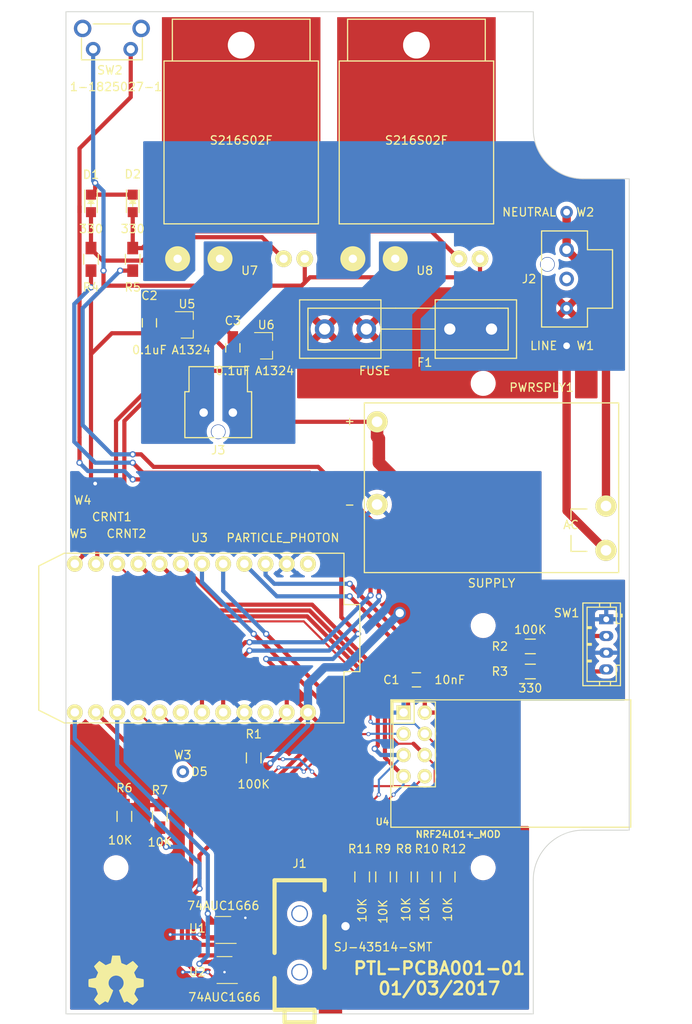
<source format=kicad_pcb>
(kicad_pcb (version 20221018) (generator pcbnew)
  (layers (0 "F.Cu" signal) (31 "B.Cu" signal) (34 "B.Paste" user) (35 "F.Paste" user) (36 "B.SilkS" user "B.Silkscreen") (37 "F.SilkS" user "F.Silkscreen") (38 "B.Mask" user) (39 "F.Mask" user) (44 "Edge.Cuts" user))
  (net 0 "")
  (net 1 "GND")
  (net 2 "+3V3")
  (net 3 "Net-(D1-Pad2)")
  (net 4 "Net-(D2-Pad2)")
  (net 5 "/LINE")
  (net 6 "/PIN5")
  (net 7 "/PIN6")
  (net 8 "/NEUTRAL")
  (net 9 "GNDPWR")
  (net 10 "/PWR1")
  (net 11 "/PWR2")
  (net 12 "/PIN23")
  (net 13 "/OMNI_SW")
  (net 14 "Net-(R3-Pad1)")
  (net 15 "/OMNI_LED")
  (net 16 "/PIN20")
  (net 17 "/PIN19")
  (net 18 "/PIN13")
  (net 19 "/AUX_I2C_EN")
  (net 20 "/PIN14")
  (net 21 "/PIN1")
  (net 22 "/MOSI")
  (net 23 "/MISO")
  (net 24 "/PIN9")
  (net 25 "/NRF_SS")
  (net 26 "/CRNT1")
  (net 27 "/CRNT2")
  (net 28 "/PIN22")
  (net 29 "/PIN18")
  (net 30 "/NRF_IRQ")
  (net 31 "/NRF_EN")
  (net 32 "/PRE-FUSE")
  (footprint "Capacitors_SMD:C_0805" (layer "F.Cu") (at 162 110)
    (fp_text reference "C1")
    (fp_text value "10nF")
  )
  (footprint "Capacitors_SMD:C_0805_HandSoldering" (layer "F.Cu") (at 130 67.25 -90)
    (fp_text reference "C2")
    (fp_text value "0.1uF")
  )
  (footprint "Capacitors_SMD:C_0805_HandSoldering" (layer "F.Cu") (at 140 70.25 -90)
    (fp_text reference "C3")
    (fp_text value "0.1uF")
  )
  (footprint "LEDs:LED_0805" (layer "F.Cu") (at 123 52.95098 -90)
    (fp_text reference "D1")
    (fp_text value "LED_GREEN" hide)
  )
  (footprint "LEDs:LED_0805" (layer "F.Cu") (at 128 52.95098 -90)
    (fp_text reference "D2")
    (fp_text value "LED_GREEN" hide)
  )
  (footprint "Fuse_Holders_and_Fuses:Fuseholder5x20_horiz_open_inline_Type-I" (layer "F.Cu") (at 160.99874 68 180)
    (fp_text reference "F1")
    (fp_text value "FUSE")
  )
  (footprint "PowerTroll Lib:SJ-43514-SMT" (layer "F.Cu") (at 148 141.5 90)
    (fp_text reference "J1")
    (fp_text value "SJ-43514-SMT")
  )
  (footprint "Connectors_Molex:Molex_UltraFit-1722861103_3x3.50mm_Straight" (layer "F.Cu") (at 180 62 -90)
    (fp_text reference "J2")
    (fp_text value "CONN_01X03" hide)
  )
  (footprint "Connectors_Molex:Molex_UltraFit-1722861102_2x3.50mm_Straight" (layer "F.Cu") (at 138.25 78)
    (fp_text reference "J3")
    (fp_text value "CONN_01X02" hide)
  )
  (footprint "Symbols:OSHW-Symbol_6.7x6mm_SilkScreen" (layer "F.Cu") (at 126 146)
    (fp_text reference "LOGO1" hide)
    (fp_text value "OPEN_HARDWARE_2" hide)
  )
  (footprint "PowerTroll Lib:PowerSupply" (layer "F.Cu") (at 171 87 180)
    (fp_text reference "PWRSPLY1")
    (fp_text value "SUPPLY")
  )
  (footprint "Resistors_SMD:R_0805_HandSoldering" (layer "F.Cu") (at 142.5 119.35 -90)
    (fp_text reference "R1")
    (fp_text value "100K")
  )
  (footprint "Resistors_SMD:R_0805_HandSoldering" (layer "F.Cu") (at 175.65 106)
    (fp_text reference "R2")
    (fp_text value "100K")
  )
  (footprint "Resistors_SMD:R_0805_HandSoldering" (layer "F.Cu") (at 175.65 109 180)
    (fp_text reference "R3")
    (fp_text value "330")
  )
  (footprint "Resistors_SMD:R_0805_HandSoldering" (layer "F.Cu") (at 123 59.65 90)
    (fp_text reference "R4")
    (fp_text value "330")
  )
  (footprint "Resistors_SMD:R_0805_HandSoldering" (layer "F.Cu") (at 128 59.65 90)
    (fp_text reference "R5")
    (fp_text value "330")
  )
  (footprint "Connectors_JST:JST_PH_B4B-PH-K_04x2.00mm_Straight" (layer "F.Cu") (at 184.75 102.75 -90)
    (fp_text reference "SW1")
    (fp_text value "SW_Push_LED" hide)
  )
  (footprint "Buttons_Switches_ThroughHole:SW_Tactile_SPST_Angled" (layer "F.Cu") (at 127.76 34.49 180)
    (fp_text reference "SW2")
    (fp_text value "1-1825027-1")
  )
  (footprint "TO_SOT_Packages_SMD:SOT-23-5" (layer "F.Cu") (at 138.85 139.95 180)
    (fp_text reference "U1")
    (fp_text value "74AUC1G66")
  )
  (footprint "TO_SOT_Packages_SMD:SOT-23-5" (layer "F.Cu") (at 139 144.75 180)
    (fp_text reference "U2")
    (fp_text value "74AUC1G66")
  )
  (footprint "Particle:photon" (layer "F.Cu") (at 133.76 105 -90)
    (fp_text reference "U3")
    (fp_text value "PARTICLE_PHOTON")
  )
  (footprint "PowerTroll Lib:NRF24L01" (layer "F.Cu") (at 158.936 112.396 90)
    (fp_text reference "U4")
    (fp_text value "NRF24L01+_MOD")
  )
  (footprint "TO_SOT_Packages_SMD:SOT-23" (layer "F.Cu") (at 134.5 67.5)
    (fp_text reference "U5")
    (fp_text value "A1324")
  )
  (footprint "TO_SOT_Packages_SMD:SOT-23" (layer "F.Cu") (at 144 70)
    (fp_text reference "U6")
    (fp_text value "A1324")
  )
  (footprint "PowerTroll Lib:S216S02" (layer "F.Cu") (at 141 59.65)
    (fp_text reference "U7")
    (fp_text value "S216S02F")
  )
  (footprint "PowerTroll Lib:S216S02" (layer "F.Cu") (at 162 59.65)
    (fp_text reference "U8")
    (fp_text value "S216S02F")
  )
  (footprint "Measurement_Points:Measurement_Point_Round-TH_Small" (layer "F.Cu") (at 180 70)
    (fp_text reference "W1")
    (fp_text value "LINE")
  )
  (footprint "Measurement_Points:Measurement_Point_Round-TH_Small" (layer "F.Cu") (at 180 54)
    (fp_text reference "W2")
    (fp_text value "NEUTRAL")
  )
  (footprint "Measurement_Points:Measurement_Point_Round-TH_Small" (layer "F.Cu") (at 134 121)
    (fp_text reference "W3")
    (fp_text value "D5")
  )
  (footprint "PowerTroll Lib:MountingHole_2.5x4mm" (layer "F.Cu") (at 126 132.5)
    (fp_text reference "REF**" hide)
    (fp_text value "MountingHole_2.5x4mm" hide)
  )
  (footprint "PowerTroll Lib:MountingHole_2.5x4mm" (layer "F.Cu") (at 170 132.5)
    (fp_text reference "REF**" hide)
    (fp_text value "MountingHole_2.5x4mm" hide)
  )
  (footprint "PowerTroll Lib:MountingHole_2.5x4mm" (layer "F.Cu") (at 170 74.5)
    (fp_text reference "REF**" hide)
    (fp_text value "MountingHole_2.5x4mm" hide)
  )
  (footprint "PowerTroll Lib:MountingHole_2.5x4mm" (layer "F.Cu") (at 126 74.5)
    (fp_text reference "REF**" hide)
    (fp_text value "MountingHole_2.5x4mm" hide)
  )
  (footprint "PowerTroll Lib:MountingHole_2.5x4mm" (layer "F.Cu") (at 170 103.5)
    (fp_text reference "REF**" hide)
    (fp_text value "MountingHole_2.5x4mm" hide)
  )
  (footprint "PowerTroll Lib:MountingHole_2.5x4mm" (layer "F.Cu") (at 126 45.5)
    (fp_text reference "REF**" hide)
    (fp_text value "MountingHole_2.5x4mm" hide)
  )
  (footprint "Measurement_Points:Measurement_Point_Round-SMD-Pad_Small" (layer "F.Cu") (at 122 90.5)
    (fp_text reference "W4")
    (fp_text value "CRNT1")
  )
  (footprint "Measurement_Points:Measurement_Point_Round-SMD-Pad_Small" (layer "F.Cu") (at 123.75 92.5)
    (fp_text reference "W5")
    (fp_text value "CRNT2")
  )
  (footprint "Resistors_SMD:R_0805_HandSoldering" (layer "F.Cu") (at 127 126.35 -90)
    (fp_text reference "R6")
    (fp_text value "10K")
  )
  (footprint "Resistors_SMD:R_0805_HandSoldering" (layer "F.Cu") (at 131.25 126.35 -90)
    (fp_text reference "R7")
    (fp_text value "10K")
  )
  (footprint "Resistors_SMD:R_0805_HandSoldering" (layer "F.Cu") (at 160.5 133.6 90)
    (fp_text reference "R8")
    (fp_text value "10K")
  )
  (footprint "Resistors_SMD:R_0805_HandSoldering" (layer "F.Cu") (at 158 133.6 90)
    (fp_text reference "R9")
    (fp_text value "10K")
  )
  (footprint "Resistors_SMD:R_0805_HandSoldering" (layer "F.Cu") (at 163 133.6 90)
    (fp_text reference "R10")
    (fp_text value "10K")
  )
  (footprint "Resistors_SMD:R_0805_HandSoldering" (layer "F.Cu") (at 155.5 133.6 90)
    (fp_text reference "R11")
    (fp_text value "10K")
  )
  (footprint "Resistors_SMD:R_0805_HandSoldering" (layer "F.Cu") (at 165.75 133.6 90)
    (fp_text reference "R12")
    (fp_text value "10K")
  )
  (gr_line (start 120 30) (end 120 150) (stroke (width 0.1)) (layer "Edge.Cuts"))
  (gr_line (start 182 50) (end 187.5 50) (stroke (width 0.1)) (layer "Edge.Cuts"))
  (gr_line (start 120 30) (end 176 30) (stroke (width 0.1)) (layer "Edge.Cuts"))
  (gr_line (start 187.5 50) (end 187.5 128) (stroke (width 0.1)) (layer "Edge.Cuts"))
  (gr_line (start 176 134) (end 176 150) (stroke (width 0.1)) (layer "Edge.Cuts"))
  (gr_arc (start 182 50) (mid 177.757359 48.242641) (end 176 44) (stroke (width 0.1)) (layer "Edge.Cuts"))
  (gr_line (start 176 30) (end 176 44) (stroke (width 0.1)) (layer "Edge.Cuts"))
  (gr_arc (start 176 134) (mid 177.757359 129.757359) (end 182 128) (stroke (width 0.1)) (layer "Edge.Cuts"))
  (gr_line (start 187.5 128) (end 182 128) (stroke (width 0.1)) (layer "Edge.Cuts"))
  (gr_line (start 120 150) (end 176 150) (stroke (width 0.1)) (layer "Edge.Cuts"))
  (gr_text "PTL-PCBA001-01\n01/03/2017" (at 164.75 145.75) (layer "F.SilkS") (effects (font (size 1.5 1.5) (thickness 0.3))))
  (segment (start 141 139) (end 141.5 138.5) (width 0.25) (layer "F.Cu") (net 1))
  (segment (start 139.7 143.8) (end 139 144.5) (width 0.25) (layer "F.Cu") (net 1))
  (segment (start 139 144.5) (end 139 145) (width 0.25) (layer "F.Cu") (net 1))
  (segment (start 151.7 137.7) (end 153.5 139.5) (width 1) (layer "F.Cu") (net 1))
  (segment (start 123 86) (end 123.5 86.5) (width 0.5) (layer "F.Cu") (net 1))
  (segment (start 169.097056 61.8) (end 149.25 61.8) (width 0.5) (layer "F.Cu") (net 1))
  (segment (start 124.09944 51.90196) (end 128 51.90196) (width 0.5) (layer "F.Cu") (net 1))
  (segment (start 123 64.5) (end 123 71) (width 0.5) (layer "F.Cu") (net 1))
  (segment (start 130 68.5) (end 125.5 68.5) (width 0.5) (layer "F.Cu") (net 1))
  (segment (start 141.375 70) (end 145 70) (width 0.5) (layer "F.Cu") (net 1))
  (segment (start 161 110) (end 161 113.38) (width 0.5) (layer "F.Cu") (net 1))
  (segment (start 125.5 68.5) (end 123 71) (width 0.5) (layer "F.Cu") (net 1))
  (segment (start 145.05 70) (end 145 70) (width 0.5) (layer "F.Cu") (net 1))
  (segment (start 136.125 67.5) (end 135.5 67.5) (width 0.5) (layer "F.Cu") (net 1))
  (segment (start 148.62 62.43) (end 148.25 62.8) (width 0.5) (layer "F.Cu") (net 1))
  (segment (start 124.5 61) (end 124.5 63) (width 0.5) (layer "F.Cu") (net 1))
  (segment (start 169.62 61.277056) (end 169.097056 61.8) (width 0.5) (layer "F.Cu") (net 1))
  (segment (start 124.5 63) (end 123 64.5) (width 0.5) (layer "F.Cu") (net 1))
  (segment (start 148.62 59.58) (end 148.62 62.43) (width 0.5) (layer "F.Cu") (net 1))
  (segment (start 140 71.5) (end 140 71.375) (width 0.5) (layer "F.Cu") (net 1))
  (segment (start 131 67.5) (end 130 68.5) (width 0.5) (layer "F.Cu") (net 1))
  (segment (start 140 71.375) (end 141.375 70) (width 0.5) (layer "F.Cu") (net 1))
  (segment (start 123.5 50.5) (end 123.5 51.40196) (width 0.5) (layer "F.Cu") (net 1))
  (segment (start 148.25 62.8) (end 124.7 62.8) (width 0.5) (layer "F.Cu") (net 1))
  (segment (start 140.1 143.8) (end 139.7 143.8) (width 0.25) (layer "F.Cu") (net 1))
  (segment (start 149.25 61.8) (end 148.25 62.8) (width 0.5) (layer "F.Cu") (net 1))
  (segment (start 151.7 136.7) (end 151.7 137.7) (width 0.5) (layer "F.Cu") (net 1))
  (segment (start 124.7 62.8) (end 124.5 63) (width 0.5) (layer "F.Cu") (net 1))
  (segment (start 123 71) (end 123 86) (width 0.5) (layer "F.Cu") (net 1))
  (segment (start 123 51.90196) (end 124.09944 51.90196) (width 0.5) (layer "F.Cu") (net 1))
  (segment (start 140 71.375) (end 136.125 67.5) (width 0.5) (layer "F.Cu") (net 1))
  (segment (start 161 113.38) (end 160.46 113.92) (width 0.5) (layer "F.Cu") (net 1))
  (segment (start 135.5 67.5) (end 131 67.5) (width 0.5) (layer "F.Cu") (net 1))
  (segment (start 123.5 51.40196) (end 123 51.90196) (width 0.5) (layer "F.Cu") (net 1))
  (segment (start 169.62 59.58) (end 169.62 61.277056) (width 0.5) (layer "F.Cu") (net 1))
  (segment (start 139.95 139) (end 141 139) (width 0.25) (layer "F.Cu") (net 1))
  (via (at 123.5 86.5) (size 0.75) (drill 0.45) (layers "F.Cu" "B.Cu") (net 1))
  (via (at 141.5 138.5) (size 0.5) (drill 0.3) (layers "F.Cu" "B.Cu") (net 1))
  (via (at 124.5 61) (size 0.75) (drill 0.45) (layers "F.Cu" "B.Cu") (net 1))
  (via (at 153.5 139.5) (size 1.5) (drill 1) (layers "F.Cu" "B.Cu") (net 1))
  (via (at 139 145) (size 0.5) (drill 0.3) (layers "F.Cu" "B.Cu") (net 1))
  (via (at 123.5 50.5) (size 0.75) (drill 0.45) (layers "F.Cu" "B.Cu") (net 1))
  (segment (start 123.26 34.49) (end 123.26 50.26) (width 0.5) (layer "B.Cu") (net 1))
  (segment (start 123.26 50.26) (end 123.5 50.5) (width 0.5) (layer "B.Cu") (net 1))
  (segment (start 123.5 50.5) (end 124.5 51.5) (width 0.5) (layer "B.Cu") (net 1))
  (segment (start 124.5 51.5) (end 124.5 61) (width 0.5) (layer "B.Cu") (net 1))
  (segment (start 143.95 69.05) (end 143 69.05) (width 0.5) (layer "F.Cu") (net 2))
  (segment (start 157.284 80.896651) (end 157.5 81.112651) (width 1.5) (layer "F.Cu") (net 2))
  (segment (start 163 110) (end 163 113.92) (width 0.5) (layer "F.Cu") (net 2))
  (segment (start 133.5 66.55) (end 130.55 66.55) (width 0.5) (layer "F.Cu") (net 2))
  (segment (start 137.675 66.55) (end 140 68.875) (width 0.5) (layer "F.Cu") (net 2))
  (segment (start 137.9 145.7) (end 137.7 145.7) (width 0.25) (layer "F.Cu") (net 2))
  (segment (start 157.5 83.5) (end 157.5 84) (width 1.5) (layer "F.Cu") (net 2))
  (segment (start 142.5 120.7) (end 143.8 120.7) (width 0.5) (layer "F.Cu") (net 2))
  (segment (start 147.1006 79.1006) (end 145.900001 77.900001) (width 0.5) (layer "F.Cu") (net 2))
  (segment (start 137.75 140.9) (end 136.4 140.9) (width 0.25) (layer "F.Cu") (net 2))
  (segment (start 137.7 145.7) (end 137 145) (width 0.25) (layer "F.Cu") (net 2))
  (segment (start 130.55 66.55) (end 130 66) (width 0.5) (layer "F.Cu") (net 2))
  (segment (start 145.900001 77.900001) (end 145.900001 69.239999) (width 0.5) (layer "F.Cu") (net 2))
  (segment (start 157.5 84) (end 160.5 87) (width 1.5) (layer "F.Cu") (net 2))
  (segment (start 157.284 79.1006) (end 157.284 80.896651) (width 1.5) (layer "F.Cu") (net 2))
  (segment (start 140 68.875) (end 140 69) (width 0.5) (layer "F.Cu") (net 2))
  (segment (start 145.900001 69.239999) (end 145.710002 69.05) (width 0.5) (layer "F.Cu") (net 2))
  (segment (start 157.284 79.1006) (end 147.1006 79.1006) (width 0.5) (layer "F.Cu") (net 2))
  (segment (start 160.5 87) (end 161.5 88) (width 1.5) (layer "F.Cu") (net 2))
  (segment (start 133.5 66.55) (end 137.675 66.55) (width 0.5) (layer "F.Cu") (net 2))
  (segment (start 143.8 120.7) (end 144.5 120) (width 0.5) (layer "F.Cu") (net 2))
  (segment (start 157.5 81.112651) (end 157.5 83.5) (width 1.5) (layer "F.Cu") (net 2))
  (segment (start 140 69) (end 142.95 69) (width 0.5) (layer "F.Cu") (net 2))
  (segment (start 145.710002 69.05) (end 143.95 69.05) (width 0.5) (layer "F.Cu") (net 2))
  (segment (start 136.4 140.9) (end 136 140.5) (width 0.25) (layer "F.Cu") (net 2))
  (segment (start 142.95 69) (end 143 69.05) (width 0.5) (layer "F.Cu") (net 2))
  (via (at 132.5 140.5) (size 0.5) (drill 0.3) (layers "F.Cu" "B.Cu") (net 2))
  (via (at 144.5 120) (size 0.75) (drill 0.45) (layers "F.Cu" "B.Cu") (net 2))
  (via (at 137 145) (size 0.5) (drill 0.3) (layers "F.Cu" "B.Cu") (net 2))
  (via (at 136 140.5) (size 0.5) (drill 0.3) (layers "F.Cu" "B.Cu") (net 2))
  (via (at 160 102) (size 1.5) (drill 1) (layers "F.Cu" "B.Cu") (net 2))
  (via (at 134 145) (size 0.5) (drill 0.3) (layers "F.Cu" "B.Cu") (net 2))
  (segment (start 133 140.5) (end 132.5 140.5) (width 0.25) (layer "B.Cu") (net 2))
  (segment (start 149.11 114) (end 149 113.89) (width 1) (layer "B.Cu") (net 2))
  (segment (start 149 115.5) (end 149 113.89) (width 0.5) (layer "B.Cu") (net 2))
  (segment (start 136 140.5) (end 133 140.5) (width 0.25) (layer "B.Cu") (net 2))
  (segment (start 149 113.89) (end 149 110.5) (width 1) (layer "B.Cu") (net 2))
  (segment (start 137 145) (end 134 145) (width 0.25) (layer "B.Cu") (net 2))
  (segment (start 149 110.5) (end 151 108.5) (width 1) (layer "B.Cu") (net 2))
  (segment (start 153.5 108.5) (end 160 102) (width 1) (layer "B.Cu") (net 2))
  (segment (start 144.5 120) (end 149 115.5) (width 0.5) (layer "B.Cu") (net 2))
  (segment (start 151 108.5) (end 153.5 108.5) (width 1) (layer "B.Cu") (net 2))
  (segment (start 124.399999 59.799999) (end 123 58.4) (width 0.5) (layer "F.Cu") (net 3))
  (segment (start 123 58.4) (end 123 58.3) (width 0.5) (layer "F.Cu") (net 3))
  (segment (start 143.5 57) (end 132 57) (width 0.5) (layer "F.Cu") (net 3))
  (segment (start 123 58.3) (end 123 54) (width 0.5) (layer "F.Cu") (net 3))
  (segment (start 146.08 59.58) (end 143.5 57) (width 0.5) (layer "F.Cu") (net 3))
  (segment (start 129.200001 59.799999) (end 124.399999 59.799999) (width 0.5) (layer "F.Cu") (net 3))
  (segment (start 132 57) (end 129.200001 59.799999) (width 0.5) (layer "F.Cu") (net 3))
  (segment (start 163.79999 56.29999) (end 165.880001 58.380001) (width 0.5) (layer "F.Cu") (net 4))
  (segment (start 129.15 58.3) (end 131.15001 56.29999) (width 0.5) (layer "F.Cu") (net 4))
  (segment (start 165.880001 58.380001) (end 167.08 59.58) (width 0.5) (layer "F.Cu") (net 4))
  (segment (start 131.15001 56.29999) (end 163.79999 56.29999) (width 0.5) (layer "F.Cu") (net 4))
  (segment (start 128 58.3) (end 128 54) (width 0.5) (layer "F.Cu") (net 4))
  (segment (start 128 58.3) (end 129.15 58.3) (width 0.5) (layer "F.Cu") (net 4))
  (segment (start 170.99872 68) (end 178 68) (width 1) (layer "F.Cu") (net 5))
  (segment (start 180 70) (end 180 89.777) (width 1) (layer "F.Cu") (net 5))
  (segment (start 178 68) (end 180 70) (width 1) (layer "F.Cu") (net 5))
  (segment (start 180 89.777) (end 184.716 94.493) (width 1) (layer "F.Cu") (net 5))
  (segment (start 151.7 144.5) (end 151.7 146.1) (width 0.5) (layer "F.Cu") (net 6))
  (segment (start 151.75 116.5) (end 151.75 112.24999) (width 0.5) (layer "F.Cu") (net 6))
  (segment (start 144.375009 104.874999) (end 144.00001 104.5) (width 0.5) (layer "F.Cu") (net 6))
  (segment (start 139.95 139.95) (end 143.25 139.95) (width 0.5) (layer "F.Cu") (net 6))
  (segment (start 151.75 112.24999) (end 144.375009 104.874999) (width 0.5) (layer "F.Cu") (net 6))
  (segment (start 147.15 139.95) (end 151.7 144.5) (width 0.5) (layer "F.Cu") (net 6))
  (segment (start 143.25 139.95) (end 147.15 139.95) (width 0.5) (layer "F.Cu") (net 6))
  (segment (start 143.25 139.95) (end 143.25 125) (width 0.5) (layer "F.Cu") (net 6))
  (segment (start 143.25 125) (end 151.75 116.5) (width 0.5) (layer "F.Cu") (net 6))
  (via (at 144.00001 104.5) (size 0.75) (drill 0.45) (layers "F.Cu" "B.Cu") (net 6))
  (segment (start 138.84 96.11) (end 138.84 99.33999) (width 0.5) (layer "B.Cu") (net 6))
  (segment (start 138.84 99.33999) (end 144.00001 104.5) (width 0.5) (layer "B.Cu") (net 6))
  (segment (start 139 96.27) (end 138.84 96.11) (width 0.5) (layer "B.Cu") (net 6))
  (segment (start 142 144.75) (end 140.1 144.75) (width 0.5) (layer "F.Cu") (net 7))
  (segment (start 151 116) (end 151 112.999974) (width 0.5) (layer "F.Cu") (net 7))
  (segment (start 136 133.778996) (end 136 131) (width 0.5) (layer "F.Cu") (net 7))
  (segment (start 144.3 144.2) (end 143.75 144.75) (width 0.5) (layer "F.Cu") (net 7))
  (segment (start 134.599987 141.625956) (end 134.599987 135.179009) (width 0.5) (layer "F.Cu") (net 7))
  (segment (start 151 112.999974) (end 142.500076 104.50005) (width 0.5) (layer "F.Cu") (net 7))
  (segment (start 142 143) (end 135.974031 143) (width 0.5) (layer "F.Cu") (net 7))
  (segment (start 136 131) (end 151 116) (width 0.5) (layer "F.Cu") (net 7))
  (segment (start 143.75 144.75) (end 142 144.75) (width 0.5) (layer "F.Cu") (net 7))
  (segment (start 142 144.75) (end 142 143) (width 0.5) (layer "F.Cu") (net 7))
  (segment (start 135.974031 143) (end 134.599987 141.625956) (width 0.5) (layer "F.Cu") (net 7))
  (segment (start 134.599987 135.179009) (end 136 133.778996) (width 0.5) (layer "F.Cu") (net 7))
  (segment (start 142.500076 104.50005) (end 142.500076 104.5) (width 0.5) (layer "F.Cu") (net 7))
  (via (at 142.500076 104.5) (size 0.75) (drill 0.45) (layers "F.Cu" "B.Cu") (net 7))
  (segment (start 136.3 96.11) (end 136.3 98.299924) (width 0.5) (layer "B.Cu") (net 7))
  (segment (start 142.125077 104.125001) (end 142.500076 104.5) (width 0.5) (layer "B.Cu") (net 7))
  (segment (start 136.3 98.299924) (end 142.125077 104.125001) (width 0.5) (layer "B.Cu") (net 7))
  (segment (start 180 58.5) (end 184.716 63.216) (width 1) (layer "F.Cu") (net 8))
  (segment (start 184.716 63.216) (end 184.716 89.1844) (width 1) (layer "F.Cu") (net 8))
  (segment (start 180 58.5) (end 180 54) (width 1) (layer "F.Cu") (net 8))
  (segment (start 127.76 35.727436) (end 127.76 34.49) (width 0.5) (layer "F.Cu") (net 12))
  (segment (start 128 86) (end 149 86) (width 0.5) (layer "F.Cu") (net 12))
  (segment (start 121.625001 46.364963) (end 127.76 40.229964) (width 0.5) (layer "F.Cu") (net 12))
  (segment (start 121.625001 80.958259) (end 121.625001 84) (width 0.5) (layer "F.Cu") (net 12))
  (segment (start 121.625001 54) (end 121.625001 80.958259) (width 0.5) (layer "F.Cu") (net 12))
  (segment (start 121.625001 54) (end 121.625001 46.364963) (width 0.5) (layer "F.Cu") (net 12))
  (segment (start 121.625001 53.374999) (end 121.625001 53.274999) (width 0.5) (layer "F.Cu") (net 12))
  (segment (start 153 102.5) (end 155 104.5) (width 0.5) (layer "F.Cu") (net 12))
  (segment (start 144 107.5) (end 146.46 109.96) (width 0.5) (layer "F.Cu") (net 12))
  (segment (start 142.5 117.9) (end 146.46 113.94) (width 0.25) (layer "F.Cu") (net 12))
  (segment (start 127.76 40.229964) (end 127.76 35.727436) (width 0.5) (layer "F.Cu") (net 12))
  (segment (start 149 86) (end 153 90) (width 0.5) (layer "F.Cu") (net 12))
  (segment (start 142.5 118) (end 142.5 117.9) (width 0.25) (layer "F.Cu") (net 12))
  (segment (start 153 90) (end 153 102.5) (width 0.5) (layer "F.Cu") (net 12))
  (segment (start 146.46 113.94) (end 146.46 113.89) (width 0.25) (layer "F.Cu") (net 12))
  (segment (start 146.46 109.96) (end 146.46 113.89) (width 0.5) (layer "F.Cu") (net 12))
  (segment (start 121.625001 54) (end 121.625001 53.374999) (width 0.5) (layer "F.Cu") (net 12))
  (via (at 128 86) (size 0.75) (drill 0.45) (layers "F.Cu" "B.Cu") (net 12))
  (via (at 121.625001 84) (size 0.75) (drill 0.45) (layers "F.Cu" "B.Cu") (net 12))
  (via (at 155 104.5) (size 0.75) (drill 0.45) (layers "F.Cu" "B.Cu") (net 12))
  (via (at 144 107.5) (size 0.75) (drill 0.45) (layers "F.Cu" "B.Cu") (net 12))
  (segment (start 127 85) (end 122.625001 85) (width 0.5) (layer "B.Cu") (net 12))
  (segment (start 128 86) (end 127 85) (width 0.5) (layer "B.Cu") (net 12))
  (segment (start 152 107.5) (end 144 107.5) (width 0.5) (layer "B.Cu") (net 12))
  (segment (start 122.625001 85) (end 121.625001 84) (width 0.5) (layer "B.Cu") (net 12))
  (segment (start 155 104.5) (end 152 107.5) (width 0.5) (layer "B.Cu") (net 12))
  (segment (start 154.374999 98.874999) (end 154 98.5) (width 0.5) (layer "F.Cu") (net 13))
  (segment (start 177 106) (end 180 106) (width 0.5) (layer "F.Cu") (net 13))
  (segment (start 180 106) (end 181.25 104.75) (width 0.5) (layer "F.Cu") (net 13))
  (segment (start 181.25 104.75) (end 184.75 104.75) (width 0.5) (layer "F.Cu") (net 13))
  (segment (start 175.4 107.5) (end 163 107.5) (width 0.5) (layer "F.Cu") (net 13))
  (segment (start 176.9 106) (end 175.4 107.5) (width 0.5) (layer "F.Cu") (net 13))
  (segment (start 163 107.5) (end 156.204011 100.704011) (width 0.5) (layer "F.Cu") (net 13))
  (segment (start 156.103999 100.704011) (end 154.374999 98.975011) (width 0.5) (layer "F.Cu") (net 13))
  (segment (start 156.204011 100.704011) (end 156.103999 100.704011) (width 0.5) (layer "F.Cu") (net 13))
  (segment (start 154.374999 98.975011) (end 154.374999 98.874999) (width 0.5) (layer "F.Cu") (net 13))
  (segment (start 177 106) (end 176.9 106) (width 0.5) (layer "F.Cu") (net 13))
  (via (at 154 98.5) (size 0.75) (drill 0.45) (layers "F.Cu" "B.Cu") (net 13))
  (segment (start 144.966498 98.5) (end 145.5 98.5) (width 0.5) (layer "B.Cu") (net 13))
  (segment (start 143.92 97.453502) (end 144.966498 98.5) (width 0.5) (layer "B.Cu") (net 13))
  (segment (start 143.92 96.11) (end 143.92 97.453502) (width 0.5) (layer "B.Cu") (net 13))
  (segment (start 154 98.5) (end 145.5 98.5) (width 0.5) (layer "B.Cu") (net 13))
  (segment (start 177 109) (end 184.5 109) (width 0.5) (layer "F.Cu") (net 14))
  (segment (start 184.5 109) (end 184.75 108.75) (width 0.5) (layer "F.Cu") (net 14))
  (segment (start 173 109) (end 172.924999 108.924999) (width 0.5) (layer "F.Cu") (net 15))
  (segment (start 154 100) (end 162 108) (width 0.5) (layer "F.Cu") (net 15))
  (segment (start 162.924999 108.924999) (end 162 108) (width 0.5) (layer "F.Cu") (net 15))
  (segment (start 172.924999 108.924999) (end 162.924999 108.924999) (width 0.5) (layer "F.Cu") (net 15))
  (segment (start 173.05 109) (end 174.3 109) (width 0.5) (layer "F.Cu") (net 15))
  (segment (start 174.3 109) (end 173 109) (width 0.5) (layer "F.Cu") (net 15))
  (via (at 154 100) (size 0.75) (drill 0.45) (layers "F.Cu" "B.Cu") (net 15))
  (segment (start 153 100) (end 145.27 100) (width 0.5) (layer "B.Cu") (net 15))
  (segment (start 145.27 100) (end 141.38 96.11) (width 0.5) (layer "B.Cu") (net 15))
  (segment (start 153 100) (end 154 100) (width 0.5) (layer "B.Cu") (net 15))
  (segment (start 150.231798 84.5) (end 130.5 84.5) (width 0.5) (layer "F.Cu") (net 16))
  (segment (start 138.84 109.66) (end 142 106.5) (width 0.5) (layer "F.Cu") (net 16))
  (segment (start 138.84 110.16) (end 138.84 109.66) (width 0.5) (layer "F.Cu") (net 16))
  (segment (start 157.5 91.768202) (end 150.231798 84.5) (width 0.5) (layer "F.Cu") (net 16))
  (segment (start 157.5 100) (end 157.5 99.5) (width 0.5) (layer "F.Cu") (net 16))
  (segment (start 138.84 113.89) (end 138.84 110.16) (width 0.5) (layer "F.Cu") (net 16))
  (segment (start 130.5 84.5) (end 129 83) (width 0.5) (layer "F.Cu") (net 16))
  (segment (start 126.5 61) (end 128 61) (width 0.5) (layer "F.Cu") (net 16))
  (segment (start 129 83) (end 128 83) (width 0.5) (layer "F.Cu") (net 16))
  (segment (start 157.5 99.5) (end 157.5 91.768202) (width 0.5) (layer "F.Cu") (net 16))
  (via (at 126.5 61) (size 0.75) (drill 0.45) (layers "F.Cu" "B.Cu") (net 16))
  (via (at 142 106.5) (size 0.75) (drill 0.45) (layers "F.Cu" "B.Cu") (net 16))
  (via (at 128 83) (size 0.75) (drill 0.45) (layers "F.Cu" "B.Cu") (net 16))
  (via (at 157.5 100) (size 0.75) (drill 0.45) (layers "F.Cu" "B.Cu") (net 16))
  (segment (start 128 83) (end 125.5 83) (width 0.5) (layer "B.Cu") (net 16))
  (segment (start 157.5 100.53033) (end 157.5 100) (width 0.5) (layer "B.Cu") (net 16))
  (segment (start 122 79.5) (end 122 65.5) (width 0.5) (layer "B.Cu") (net 16))
  (segment (start 151.53033 106.5) (end 157.5 100.53033) (width 0.5) (layer "B.Cu") (net 16))
  (segment (start 125.5 83) (end 122 79.5) (width 0.5) (layer "B.Cu") (net 16))
  (segment (start 142 106.5) (end 151.53033 106.5) (width 0.5) (layer "B.Cu") (net 16))
  (segment (start 122 65.5) (end 126.5 61) (width 0.5) (layer "B.Cu") (net 16))
  (segment (start 123 63) (end 123 61) (width 0.5) (layer "F.Cu") (net 17))
  (segment (start 136.3 110.7) (end 141.5 105.5) (width 0.5) (layer "F.Cu") (net 17))
  (segment (start 156.5 99.87901) (end 156.5 92.5) (width 0.5) (layer "F.Cu") (net 17))
  (segment (start 129.20001 85.20001) (end 128 84) (width 0.5) (layer "F.Cu") (net 17))
  (segment (start 136.3 113.89) (end 136.3 110.7) (width 0.5) (layer "F.Cu") (net 17))
  (segment (start 156.5 92.5) (end 149.20001 85.20001) (width 0.5) (layer "F.Cu") (net 17))
  (segment (start 141.5 105.5) (end 142 105.5) (width 0.5) (layer "F.Cu") (net 17))
  (segment (start 149.20001 85.20001) (end 129.20001 85.20001) (width 0.5) (layer "F.Cu") (net 17))
  (via (at 123 63) (size 0.75) (drill 0.45) (layers "F.Cu" "B.Cu") (net 17))
  (via (at 156.5 99.87901) (size 0.75) (drill 0.45) (layers "F.Cu" "B.Cu") (net 17))
  (via (at 128 84) (size 0.75) (drill 0.45) (layers "F.Cu" "B.Cu") (net 17))
  (via (at 142 105.5) (size 0.75) (drill 0.45) (layers "F.Cu" "B.Cu") (net 17))
  (segment (start 121 65) (end 123 63) (width 0.5) (layer "B.Cu") (net 17))
  (segment (start 156.125001 100.254009) (end 156.5 99.87901) (width 0.5) (layer "B.Cu") (net 17))
  (segment (start 150.87901 105.5) (end 156.125001 100.254009) (width 0.5) (layer "B.Cu") (net 17))
  (segment (start 142 105.5) (end 150.87901 105.5) (width 0.5) (layer "B.Cu") (net 17))
  (segment (start 121 81.5) (end 121 65) (width 0.5) (layer "B.Cu") (net 17))
  (segment (start 123.5 84) (end 121 81.5) (width 0.5) (layer "B.Cu") (net 17))
  (segment (start 128 84) (end 123.5 84) (width 0.5) (layer "B.Cu") (net 17))
  (segment (start 135.299998 135.700002) (end 135.625001 135.374999) (width 0.5) (layer "F.Cu") (net 18))
  (segment (start 135.625001 135.374999) (end 136 135) (width 0.5) (layer "F.Cu") (net 18))
  (segment (start 135.299998 140.836002) (end 135.299998 135.700002) (width 0.5) (layer "F.Cu") (net 18))
  (segment (start 131.25 127.7) (end 131.25 129.25) (width 0.5) (layer "F.Cu") (net 18))
  (segment (start 136.188996 141.725) (end 135.299998 140.836002) (width 0.5) (layer "F.Cu") (net 18))
  (segment (start 139.745 140.9) (end 138.92 141.725) (width 0.5) (layer "F.Cu") (net 18))
  (segment (start 139.95 140.9) (end 139.745 140.9) (width 0.5) (layer "F.Cu") (net 18))
  (segment (start 131.25 129.25) (end 132 130) (width 0.5) (layer "F.Cu") (net 18))
  (segment (start 138.92 141.725) (end 136.188996 141.725) (width 0.5) (layer "F.Cu") (net 18))
  (via (at 132 130) (size 0.75) (drill 0.45) (layers "F.Cu" "B.Cu") (net 18))
  (via (at 136 135) (size 0.75) (drill 0.45) (layers "F.Cu" "B.Cu") (net 18))
  (segment (start 121.06 117.06) (end 121.06 113.89) (width 0.5) (layer "B.Cu") (net 18))
  (segment (start 134 130) (end 121.06 117.06) (width 0.5) (layer "B.Cu") (net 18))
  (segment (start 136 132) (end 134 130) (width 0.5) (layer "B.Cu") (net 18))
  (segment (start 136 135) (end 136 132) (width 0.5) (layer "B.Cu") (net 18))
  (segment (start 132 130) (end 134 130) (width 0.5) (layer "B.Cu") (net 18))
  (segment (start 137 138.25) (end 137.75 139) (width 0.5) (layer "F.Cu") (net 19))
  (segment (start 137 138) (end 137 138.25) (width 0.5) (layer "F.Cu") (net 19))
  (segment (start 136.2 143.8) (end 136 144) (width 0.5) (layer "F.Cu") (net 19))
  (segment (start 137.9 143.8) (end 136.2 143.8) (width 0.5) (layer "F.Cu") (net 19))
  (via (at 137 138) (size 0.75) (drill 0.45) (layers "F.Cu" "B.Cu") (net 19))
  (via (at 136 144) (size 0.75) (drill 0.45) (layers "F.Cu" "B.Cu") (net 19))
  (segment (start 126.14 120.14) (end 137 131) (width 0.5) (layer "B.Cu") (net 19))
  (segment (start 126.14 113.89) (end 126.14 120.14) (width 0.5) (layer "B.Cu") (net 19))
  (segment (start 137 138.53033) (end 137 138) (width 0.5) (layer "B.Cu") (net 19))
  (segment (start 136 144) (end 137 143) (width 0.5) (layer "B.Cu") (net 19))
  (segment (start 137 131) (end 137 138) (width 0.5) (layer "B.Cu") (net 19))
  (segment (start 137 143) (end 137 138.53033) (width 0.5) (layer "B.Cu") (net 19))
  (segment (start 133.899976 143.364978) (end 133.899976 134.889055) (width 0.5) (layer "F.Cu") (net 20))
  (segment (start 139.07 146.525) (end 137.059998 146.525) (width 0.5) (layer "F.Cu") (net 20))
  (segment (start 124.549999 114.839999) (end 123.6 113.89) (width 0.5) (layer "F.Cu") (net 20))
  (segment (start 127 127.8) (end 127 127.7) (width 0.5) (layer "F.Cu") (net 20))
  (segment (start 137.059998 146.525) (end 133.899976 143.364978) (width 0.5) (layer "F.Cu") (net 20))
  (segment (start 135 133.789031) (end 135 125.29) (width 0.5) (layer "F.Cu") (net 20))
  (segment (start 134.474987 134.314044) (end 135 133.789031) (width 0.5) (layer "F.Cu") (net 20))
  (segment (start 139.895 145.7) (end 139.07 146.525) (width 0.5) (layer "F.Cu") (net 20))
  (segment (start 135 125.29) (end 124.549999 114.839999) (width 0.5) (layer "F.Cu") (net 20))
  (segment (start 134.474987 134.314044) (end 133.514044 134.314044) (width 0.5) (layer "F.Cu") (net 20))
  (segment (start 133.899976 134.889055) (end 134.474987 134.314044) (width 0.5) (layer "F.Cu") (net 20))
  (segment (start 133.514044 134.314044) (end 127 127.8) (width 0.5) (layer "F.Cu") (net 20))
  (segment (start 140.1 145.7) (end 139.895 145.7) (width 0.5) (layer "F.Cu") (net 20))
  (segment (start 138.65 101) (end 149.5 101) (width 0.5) (layer "F.Cu") (net 22))
  (segment (start 133.76 96.11) (end 138.65 101) (width 0.5) (layer "F.Cu") (net 22))
  (segment (start 159.648601 117.648601) (end 158.924999 116.924999) (width 0.5) (layer "F.Cu") (net 22))
  (segment (start 163 119) (end 161.648601 117.648601) (width 0.5) (layer "F.Cu") (net 22))
  (segment (start 163.863599 119.863599) (end 163 119) (width 0.25) (layer "F.Cu") (net 22))
  (segment (start 158.924999 110.424999) (end 149.5 101) (width 0.5) (layer "F.Cu") (net 22))
  (segment (start 161.648601 117.648601) (end 159.648601 117.648601) (width 0.25) (layer "F.Cu") (net 22))
  (segment (start 164.188601 120.188601) (end 163.863599 119.863599) (width 0.25) (layer "F.Cu") (net 22))
  (segment (start 164.188601 130.961399) (end 164.188601 120.188601) (width 0.25) (layer "F.Cu") (net 22))
  (segment (start 163 132.15) (end 164.188601 130.961399) (width 0.25) (layer "F.Cu") (net 22))
  (segment (start 163 132.25) (end 163 132.15) (width 0.25) (layer "F.Cu") (net 22))
  (segment (start 158.924999 116.924999) (end 158.924999 110.424999) (width 0.5) (layer "F.Cu") (net 22))
  (segment (start 149.20001 101.70001) (end 136.81001 101.70001) (width 0.5) (layer "F.Cu") (net 23))
  (segment (start 158 125) (end 159.25 123.75) (width 0.25) (layer "F.Cu") (net 23))
  (segment (start 158 132.25) (end 158 125) (width 0.25) (layer "F.Cu") (net 23))
  (segment (start 136.81001 101.70001) (end 131.22 96.11) (width 0.5) (layer "F.Cu") (net 23))
  (segment (start 158.224989 119.304989) (end 158.224989 110.724989) (width 0.5) (layer "F.Cu") (net 23))
  (segment (start 160.46 121.54) (end 158.224989 119.304989) (width 0.5) (layer "F.Cu") (net 23))
  (segment (start 158.224989 110.724989) (end 149.20001 101.70001) (width 0.5) (layer "F.Cu") (net 23))
  (via (at 159.25 123.75) (size 0.5) (drill 0.3) (layers "F.Cu" "B.Cu") (net 23))
  (segment (start 160.46 122.54) (end 160.46 121.54) (width 0.25) (layer "B.Cu") (net 23))
  (segment (start 159.25 123.75) (end 160.46 122.54) (width 0.25) (layer "B.Cu") (net 23))
  (segment (start 155.5 125.75) (end 157.5 123.75) (width 0.25) (layer "F.Cu") (net 24))
  (segment (start 155.5 132.25) (end 155.5 125.75) (width 0.25) (layer "F.Cu") (net 24))
  (segment (start 157.374999 110.874999) (end 157.374999 117.875001) (width 0.5) (layer "F.Cu") (net 24))
  (segment (start 128.68 96.11) (end 134.97002 102.40002) (width 0.5) (layer "F.Cu") (net 24))
  (segment (start 148.90002 102.40002) (end 157.374999 110.874999) (width 0.5) (layer "F.Cu") (net 24))
  (segment (start 134.97002 102.40002) (end 148.90002 102.40002) (width 0.5) (layer "F.Cu") (net 24))
  (segment (start 157.374999 117.875001) (end 157 118.25) (width 0.5) (layer "F.Cu") (net 24))
  (via (at 157 118.25) (size 0.75) (drill 0.45) (layers "F.Cu" "B.Cu") (net 24))
  (via (at 157.5 123.75) (size 0.5) (drill 0.3) (layers "F.Cu" "B.Cu") (net 24))
  (segment (start 157.5 121.96) (end 160.46 119) (width 0.25) (layer "B.Cu") (net 24))
  (segment (start 157.75 119) (end 157.374999 118.624999) (width 0.5) (layer "B.Cu") (net 24))
  (segment (start 157.5 123.75) (end 157.5 121.96) (width 0.25) (layer "B.Cu") (net 24))
  (segment (start 157.374999 118.624999) (end 157 118.25) (width 0.5) (layer "B.Cu") (net 24))
  (segment (start 160.46 119) (end 157.75 119) (width 0.5) (layer "B.Cu") (net 24))
  (segment (start 165.75 132.25) (end 165.75 119.21) (width 0.25) (layer "F.Cu") (net 25))
  (segment (start 148.5 103) (end 133.03 103) (width 0.25) (layer "F.Cu") (net 25))
  (segment (start 156.5 115) (end 156.5 111) (width 0.25) (layer "F.Cu") (net 25))
  (segment (start 133.03 103) (end 126.14 96.11) (width 0.25) (layer "F.Cu") (net 25))
  (segment (start 165.75 119.21) (end 163 116.46) (width 0.25) (layer "F.Cu") (net 25))
  (segment (start 156.5 111) (end 148.5 103) (width 0.25) (layer "F.Cu") (net 25))
  (via (at 156.5 115) (size 0.5) (drill 0.3) (layers "F.Cu" "B.Cu") (net 25))
  (segment (start 161.811399 115.271399) (end 156.771399 115.271399) (width 0.25) (layer "B.Cu") (net 25))
  (segment (start 156.771399 115.271399) (end 156.5 115) (width 0.25) (layer "B.Cu") (net 25))
  (segment (start 163 116.46) (end 161.811399 115.271399) (width 0.25) (layer "B.Cu") (net 25))
  (segment (start 126 86.5) (end 122 90.5) (width 0.5) (layer "F.Cu") (net 26))
  (segment (start 133.5 71.5) (end 126 79) (width 0.5) (layer "F.Cu") (net 26))
  (segment (start 133.5 68.45) (end 133.5 71.5) (width 0.5) (layer "F.Cu") (net 26))
  (segment (start 122 90.5) (end 122 95.17) (width 0.5) (layer "F.Cu") (net 26))
  (segment (start 122 95.17) (end 121.06 96.11) (width 0.5) (layer "F.Cu") (net 26))
  (segment (start 126 79) (end 126 86.5) (width 0.5) (layer "F.Cu") (net 26))
  (segment (start 140.9 73) (end 142.95 70.95) (width 0.5) (layer "F.Cu") (net 27))
  (segment (start 133 73) (end 140.9 73) (width 0.5) (layer "F.Cu") (net 27))
  (segment (start 127 79) (end 133 73) (width 0.5) (layer "F.Cu") (net 27))
  (segment (start 123.75 92.5) (end 123.75 95.96) (width 0.5) (layer "F.Cu") (net 27))
  (segment (start 142.95 70.95) (end 143 70.95) (width 0.5) (layer "F.Cu") (net 27))
  (segment (start 127 89.25) (end 127 79) (width 0.5) (layer "F.Cu") (net 27))
  (segment (start 123.75 95.96) (end 123.6 96.11) (width 0.5) (layer "F.Cu") (net 27))
  (segment (start 124 95.71) (end 123.6 96.11) (width 0.5) (layer "F.Cu") (net 27))
  (segment (start 123.75 92.5) (end 127 89.25) (width 0.5) (layer "F.Cu") (net 27))
  (segment (start 146 119.5) (end 145.499998 119.5) (width 0.25) (layer "F.Cu") (net 30))
  (segment (start 151.228573 122.728601) (end 149.749999 121.250027) (width 0.25) (layer "F.Cu") (net 30))
  (segment (start 136.579999 119.249999) (end 145.249997 119.249999) (width 0.25) (layer "F.Cu") (net 30))
  (segment (start 163 121.54) (end 161.811399 122.728601) (width 0.25) (layer "F.Cu") (net 30))
  (segment (start 160.5 132.25) (end 160.5 124.04) (width 0.25) (layer "F.Cu") (net 30))
  (segment (start 145.499998 119.5) (end 145.249997 119.249999) (width 0.25) (layer "F.Cu") (net 30))
  (segment (start 161.75 122.728601) (end 151.228573 122.728601) (width 0.25) (layer "F.Cu") (net 30))
  (segment (start 160.5 124.04) (end 161.75 122.79) (width 0.25) (layer "F.Cu") (net 30))
  (segment (start 161.75 122.79) (end 161.75 122.728601) (width 0.25) (layer "F.Cu") (net 30))
  (segment (start 161.811399 122.728601) (end 161.75 122.728601) (width 0.25) (layer "F.Cu") (net 30))
  (segment (start 149.749999 121.250027) (end 149.5 121.000028) (width 0.25) (layer "F.Cu") (net 30))
  (segment (start 131.22 113.89) (end 136.579999 119.249999) (width 0.25) (layer "F.Cu") (net 30))
  (via (at 146 119.5) (size 0.5) (drill 0.3) (layers "F.Cu" "B.Cu") (net 30))
  (via (at 149.5 121.000028) (size 0.5) (drill 0.3) (layers "F.Cu" "B.Cu") (net 30))
  (segment (start 149.250001 120.750029) (end 149.5 121.000028) (width 0.25) (layer "B.Cu") (net 30))
  (segment (start 147.999972 119.5) (end 146 119.5) (width 0.25) (layer "B.Cu") (net 30))
  (segment (start 149.5 121.000028) (end 147.999972 119.5) (width 0.25) (layer "B.Cu") (net 30))
  (segment (start 144 122) (end 136.79 122) (width 0.25) (layer "F.Cu") (net 31))
  (segment (start 153 116.5) (end 155.896447 116.5) (width 0.25) (layer "F.Cu") (net 31))
  (segment (start 148.5 121) (end 153 116.5) (width 0.25) (layer "F.Cu") (net 31))
  (segment (start 155.896447 116.5) (end 156.25 116.5) (width 0.25) (layer "F.Cu") (net 31))
  (segment (start 145.5 120.5) (end 144 122) (width 0.25) (layer "F.Cu") (net 31))
  (segment (start 136.79 122) (end 128.68 113.89) (width 0.25) (layer "F.Cu") (net 31))
  (via (at 145.5 120.5) (size 0.5) (drill 0.3) (layers "F.Cu" "B.Cu") (net 31))
  (via (at 156.25 116.5) (size 0.5) (drill 0.3) (layers "F.Cu" "B.Cu") (net 31))
  (via (at 148.5 121) (size 0.5) (drill 0.3) (layers "F.Cu" "B.Cu") (net 31))
  (segment (start 160.46 116.46) (end 156.29 116.46) (width 0.25) (layer "B.Cu") (net 31))
  (segment (start 148 120.5) (end 145.5 120.5) (width 0.25) (layer "B.Cu") (net 31))
  (segment (start 148.5 121) (end 148 120.5) (width 0.25) (layer "B.Cu") (net 31))
  (segment (start 156.29 116.46) (end 156.25 116.5) (width 0.25) (layer "B.Cu") (net 31))
  (zone (net 2) (net_name "+3V3") (layer "F.Cu") (connect_pads (clearance 0.508)) (min_thickness 0.254) (fill yes (thermal_gap 0.508) (thermal_bridge_width 0.508))
    (polygon (pts (xy 120.5 85) (xy 177 85) (xy 177 98) (xy 187 98) (xy 187 127.5) (xy 175.5 127.5) (xy 175.5 149.5) (xy 120.5 149.5)))
  )
  (zone (net 0) (net_name "") (layer "F.Cu") (connect_pads (clearance 0)) (min_thickness 0.254)
    (keepout (tracks not_allowed) (vias not_allowed) (pads allowed) (copperpour not_allowed) (footprints allowed))
    (fill yes (thermal_gap 0.508) (thermal_bridge_width 0.508))
    (polygon (pts (xy 187 112.5) (xy 174.5 112.5) (xy 174.5 127.5) (xy 187 127.5)))
  )
  (zone (net 32) (net_name "/PRE-FUSE") (layer "F.Cu") (connect_pads (clearance 0.508)) (min_thickness 0.254) (fill yes (thermal_gap 0.508) (thermal_bridge_width 0.9))
    (polygon (pts (xy 147.7 63) (xy 147.7 76.3) (xy 186.6 76.3) (xy 186.8 63) (xy 170.9 63) (xy 164.3 63) (xy 154.2 63)))
  )
  (zone (net 1) (net_name "GND") (layer "B.Cu") (connect_pads (clearance 0.508)) (min_thickness 0.254) (fill yes (thermal_gap 0.508) (thermal_bridge_width 0.5))
    (polygon (pts (xy 177 98) (xy 187 98) (xy 187 127.5) (xy 175.5 127.5) (xy 175.5 149.5) (xy 120.5 149.5) (xy 120.5 85) (xy 177 85)))
  )
  (zone (net 11) (net_name "/PWR2") (layer "B.Cu") (connect_pads yes (clearance 0.508)) (min_thickness 0.254) (fill yes (thermal_gap 0.508) (thermal_bridge_width 0.75))
    (polygon (pts (xy 157.5 57.5) (xy 157.5 61) (xy 155.5 63) (xy 146.25 63) (xy 138.75 70.5) (xy 138.75 81.75) (xy 147.5 81.75) (xy 147.5 72.75) (xy 161.5 72.75) (xy 161.5 66.25) (xy 165.5 62.25) (xy 165.5 57.5)))
  )
  (zone (net 5) (net_name "/LINE") (layer "B.Cu") (connect_pads yes (clearance 0.508)) (min_thickness 0.254) (fill yes (thermal_gap 0.508) (thermal_bridge_width 0.9))
    (polygon (pts (xy 187 73) (xy 187 45.5) (xy 129.25 45.5) (xy 129.25 62.25) (xy 134.25 62.25) (xy 135.5 61) (xy 135.5 56.5) (xy 150 56.5) (xy 150 62) (xy 155 62) (xy 156.5 60.5) (xy 156.5 56.5) (xy 166.5 56.5) (xy 166.5 62.75) (xy 162.5 66.75) (xy 162.5 73)))
  )
  (zone (net 0) (net_name "") (layer "B.Cu") (connect_pads (clearance 0)) (min_thickness 0.254)
    (keepout (tracks not_allowed) (vias not_allowed) (pads allowed) (copperpour not_allowed) (footprints allowed))
    (fill yes (thermal_gap 0.508) (thermal_bridge_width 0.508))
    (polygon (pts (xy 120 97) (xy 125.5 97) (xy 125.5 113) (xy 120 113)))
  )
  (zone (net 0) (net_name "") (layer "B.Cu") (connect_pads (clearance 0)) (min_thickness 0.254)
    (keepout (tracks not_allowed) (vias not_allowed) (pads allowed) (copperpour not_allowed) (footprints allowed))
    (fill yes (thermal_gap 0.508) (thermal_bridge_width 0.508))
    (polygon (pts (xy 187 112.5) (xy 174.5 112.5) (xy 174.5 128) (xy 187 128)))
  )
  (zone (net 10) (net_name "/PWR1") (layer "B.Cu") (connect_pads yes (clearance 0.508)) (min_thickness 0.254) (fill yes (thermal_gap 0.508) (thermal_bridge_width 0.75))
    (polygon (pts (xy 136.5 57.5) (xy 136.5 61.5) (xy 134.75 63.25) (xy 129 63.25) (xy 129 81.75) (xy 137.75 81.75) (xy 137.75 70) (xy 144.75 63) (xy 144.75 57.5)))
  )
)
</source>
